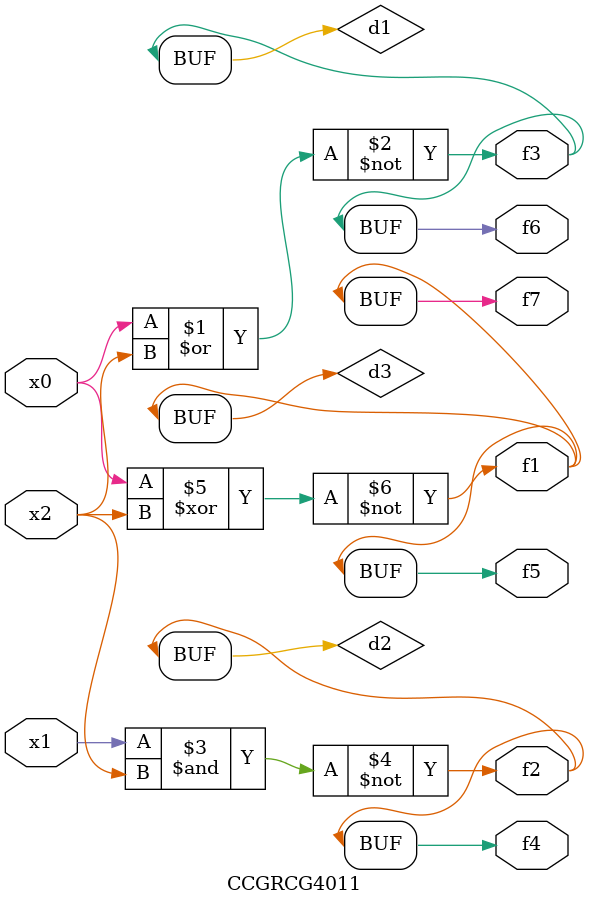
<source format=v>
module CCGRCG4011(
	input x0, x1, x2,
	output f1, f2, f3, f4, f5, f6, f7
);

	wire d1, d2, d3;

	nor (d1, x0, x2);
	nand (d2, x1, x2);
	xnor (d3, x0, x2);
	assign f1 = d3;
	assign f2 = d2;
	assign f3 = d1;
	assign f4 = d2;
	assign f5 = d3;
	assign f6 = d1;
	assign f7 = d3;
endmodule

</source>
